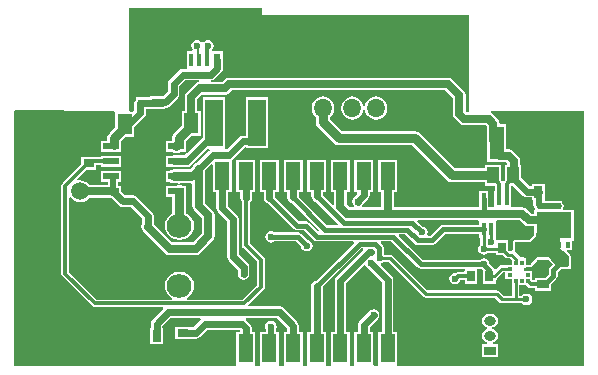
<source format=gtl>
G04*
G04 #@! TF.GenerationSoftware,Altium Limited,Altium Designer,20.2.4 (192)*
G04*
G04 Layer_Physical_Order=1*
G04 Layer_Color=255*
%FSLAX25Y25*%
%MOIN*%
G70*
G04*
G04 #@! TF.SameCoordinates,81383B29-DD0C-412F-95FE-E9E56B5C578C*
G04*
G04*
G04 #@! TF.FilePolarity,Positive*
G04*
G01*
G75*
%ADD10C,0.00787*%
%ADD12C,0.01181*%
%ADD25C,0.00984*%
%ADD28R,0.01587X0.02795*%
%ADD29R,0.02756X0.03543*%
%ADD30R,0.01693X0.01378*%
%ADD31R,0.01378X0.01693*%
%ADD32R,0.03843X0.03000*%
%ADD33R,0.02362X0.04331*%
%ADD34R,0.01575X0.04331*%
%ADD35R,0.09055X0.12992*%
%ADD36R,0.05512X0.02165*%
%ADD37R,0.04882X0.11063*%
%ADD38R,0.03543X0.02756*%
%ADD39R,0.05906X0.15748*%
%ADD40R,0.04921X0.09449*%
%ADD41R,0.04882X0.06800*%
%ADD42R,0.01181X0.01968*%
%ADD43R,0.11811X0.08661*%
%ADD44R,0.01654X0.04200*%
%ADD45R,0.03937X0.05512*%
%ADD46R,0.03000X0.03843*%
%ADD78C,0.02756*%
%ADD79C,0.01968*%
%ADD80C,0.03150*%
%ADD81C,0.02362*%
%ADD82C,0.01575*%
%ADD83C,0.01378*%
%ADD84C,0.01772*%
%ADD85O,0.08268X0.07874*%
%ADD86O,0.03543X0.07677*%
%ADD87O,0.04134X0.06102*%
%ADD88C,0.05906*%
%ADD89R,0.05906X0.05906*%
%ADD90O,0.05906X0.06299*%
%ADD91R,0.05118X0.06890*%
%ADD92C,0.15748*%
%ADD93R,0.03150X0.04000*%
%ADD94O,0.03150X0.04000*%
%ADD95O,0.04000X0.03150*%
%ADD96R,0.04000X0.03150*%
%ADD97C,0.02362*%
%ADD98C,0.01968*%
G36*
X62070Y95113D02*
X61391Y94977D01*
X60700Y94516D01*
X57885Y91701D01*
X57424Y91011D01*
X57262Y90197D01*
Y85408D01*
X56240D01*
Y80483D01*
X53865Y78109D01*
X53361Y77353D01*
X53184Y76462D01*
X53184Y76462D01*
Y75571D01*
X53046Y75433D01*
X50866D01*
Y71850D01*
X53069D01*
X53637Y71471D01*
X54528Y71294D01*
X55418Y71471D01*
X55986Y71850D01*
X57759D01*
X58088Y71472D01*
X57185Y70569D01*
X53543D01*
X52862Y70433D01*
X50866D01*
Y66850D01*
X52862D01*
X53543Y66715D01*
X57983D01*
X58720Y66862D01*
X59345Y67279D01*
X64971Y72905D01*
X65437Y72854D01*
X65579Y72408D01*
X65311Y72229D01*
X61164Y68081D01*
X61095Y68068D01*
X60405Y67607D01*
X59944Y66917D01*
X59930Y66848D01*
X59052Y65970D01*
X53543D01*
X52652Y65793D01*
X52114Y65433D01*
X50866D01*
Y61850D01*
X52114D01*
X52652Y61491D01*
X53543Y61313D01*
X55177D01*
X55227Y60813D01*
X54627Y60694D01*
X54236Y60433D01*
X50866D01*
Y56850D01*
X53190D01*
Y51311D01*
X52978Y51223D01*
X52008Y50479D01*
X51263Y49508D01*
X50795Y48378D01*
X50635Y47165D01*
X50795Y45953D01*
X51263Y44822D01*
X52008Y43852D01*
X52978Y43107D01*
X54109Y42639D01*
X55321Y42480D01*
X55715D01*
X56928Y42639D01*
X58058Y43107D01*
X59028Y43852D01*
X59773Y44822D01*
X60241Y45953D01*
X60401Y47165D01*
X60241Y48378D01*
X59773Y49508D01*
X59028Y50479D01*
X58058Y51223D01*
X57846Y51311D01*
Y58543D01*
X57795Y58800D01*
Y60433D01*
X56800D01*
X56409Y60694D01*
X55810Y60813D01*
X55859Y61313D01*
X59449D01*
X59782Y61040D01*
Y53858D01*
X59944Y53044D01*
X60405Y52354D01*
X62946Y49813D01*
Y44498D01*
X60044Y41596D01*
X53181D01*
X46903Y47874D01*
Y50298D01*
X46757Y51036D01*
X46339Y51661D01*
X44045Y53954D01*
X43960Y54082D01*
X41364Y56677D01*
X40739Y57095D01*
X40002Y57242D01*
X37491D01*
X36142Y58591D01*
Y60433D01*
X35191D01*
Y61850D01*
X36142D01*
Y65433D01*
X29213D01*
Y61850D01*
X31738D01*
Y60769D01*
X25459D01*
X25087Y61253D01*
X24322Y61840D01*
X23432Y62209D01*
X22476Y62335D01*
X21749Y62239D01*
X21515Y62713D01*
X24688Y65886D01*
X27776D01*
Y67405D01*
X29213D01*
Y66850D01*
X36142D01*
Y70433D01*
X29213D01*
Y70054D01*
X27776D01*
Y70059D01*
X22815D01*
Y67759D01*
X16539Y61484D01*
X16252Y61054D01*
X16151Y60547D01*
X16151Y60547D01*
Y31210D01*
X16151Y31210D01*
X16252Y30703D01*
X16539Y30273D01*
X26507Y20306D01*
X26507Y20305D01*
X26937Y20018D01*
X27444Y19918D01*
X27444Y19918D01*
X49949D01*
X50156Y19418D01*
X46512Y15773D01*
X46094Y15148D01*
X45947Y14411D01*
Y13043D01*
X45591D01*
Y7626D01*
X50157D01*
Y13043D01*
X49801D01*
Y13612D01*
X52569Y16381D01*
X62466D01*
X62618Y15881D01*
X62515Y15812D01*
X60086Y13382D01*
X59134D01*
Y13542D01*
X54173D01*
Y9369D01*
X59134D01*
Y9529D01*
X60884D01*
X61621Y9675D01*
X62246Y10093D01*
X64676Y12523D01*
X75476D01*
X75731Y12268D01*
Y11732D01*
X74488D01*
Y1035D01*
X74488Y866D01*
X74125Y535D01*
X11155D01*
X10675Y439D01*
X8613Y384D01*
X7587Y535D01*
X452D01*
Y85254D01*
X560D01*
X560Y85569D01*
X17096D01*
X17096Y85569D01*
X17476Y85254D01*
X33681D01*
X34114Y85093D01*
X34114Y84754D01*
Y79912D01*
X32212Y78010D01*
X31707Y77255D01*
X31530Y76364D01*
X31530Y76364D01*
Y75433D01*
X29213D01*
Y71850D01*
X33138D01*
X33858Y71707D01*
X34578Y71850D01*
X36142D01*
Y73810D01*
X36187Y74035D01*
Y75399D01*
X37663Y76876D01*
X40413D01*
Y80089D01*
X43784Y83460D01*
X44201Y84085D01*
X44348Y84822D01*
Y86143D01*
X45598D01*
Y85939D01*
X50859D01*
Y86335D01*
X51525Y86468D01*
X52150Y86886D01*
X54906Y89641D01*
X55323Y90267D01*
X55470Y91004D01*
Y93631D01*
X57452Y95613D01*
X62021D01*
X62070Y95113D01*
D02*
G37*
G36*
X83129Y117267D02*
X152027D01*
Y85420D01*
X152027Y85254D01*
X151665Y84920D01*
X151314D01*
X150946Y85289D01*
Y90609D01*
X150784Y91423D01*
X150323Y92114D01*
X146503Y95934D01*
X145813Y96395D01*
X144999Y96557D01*
X72146D01*
X71332Y96395D01*
X70641Y95934D01*
X69847Y95139D01*
X66128D01*
X66079Y95639D01*
X66682Y95759D01*
X67307Y96177D01*
X69473Y98342D01*
X69890Y98967D01*
X70037Y99705D01*
Y102559D01*
X70000Y102745D01*
Y105433D01*
X66615D01*
X66520Y105561D01*
X66393Y105933D01*
X66741Y106453D01*
X66887Y107190D01*
X66741Y107928D01*
X66323Y108553D01*
X65698Y108970D01*
X64961Y109117D01*
X64223Y108970D01*
X63598Y108553D01*
X63439Y108314D01*
X62939D01*
X62780Y108553D01*
X62155Y108970D01*
X61417Y109117D01*
X60680Y108970D01*
X60055Y108553D01*
X59637Y107928D01*
X59491Y107190D01*
X59637Y106453D01*
X59985Y105933D01*
X59858Y105561D01*
X59763Y105433D01*
X57953D01*
Y99685D01*
X57543Y99466D01*
X56653D01*
X55916Y99319D01*
X55291Y98902D01*
X52181Y95792D01*
X51763Y95166D01*
X51617Y94429D01*
Y91802D01*
X50171Y90357D01*
X45598D01*
Y89997D01*
X42598D01*
X42119Y89902D01*
X41018D01*
Y89195D01*
X40641Y88631D01*
X40494Y87894D01*
Y85620D01*
X39967Y85093D01*
X39271D01*
X38838Y85254D01*
X38838Y85593D01*
Y119629D01*
X83129D01*
Y117267D01*
D02*
G37*
G36*
X146691Y89728D02*
Y84407D01*
X146853Y83593D01*
X147315Y82903D01*
X148929Y81289D01*
X149619Y80827D01*
X150433Y80665D01*
X157701D01*
X158069Y80297D01*
Y75753D01*
X158110Y75547D01*
Y68449D01*
X162117D01*
X162323Y68409D01*
X164349D01*
X164802Y67956D01*
Y67448D01*
X163904D01*
Y62392D01*
X163679Y62168D01*
X163621Y62081D01*
X163094D01*
X162723Y62458D01*
Y67448D01*
X157368D01*
Y66312D01*
X147380D01*
X135682Y78010D01*
X134927Y78515D01*
X134036Y78692D01*
X134036Y78692D01*
X109706D01*
X105675Y82724D01*
Y83353D01*
X105958Y83570D01*
X106545Y84335D01*
X106914Y85225D01*
X107039Y86181D01*
Y86575D01*
X106914Y87531D01*
X106545Y88421D01*
X105958Y89186D01*
X105193Y89773D01*
X104302Y90142D01*
X103347Y90268D01*
X102391Y90142D01*
X101500Y89773D01*
X100735Y89186D01*
X100148Y88421D01*
X99779Y87531D01*
X99654Y86575D01*
Y86181D01*
X99779Y85225D01*
X100148Y84335D01*
X100735Y83570D01*
X101018Y83353D01*
Y81759D01*
X101018Y81759D01*
X101196Y80868D01*
X101700Y80113D01*
X107096Y74717D01*
X107096Y74717D01*
X107851Y74213D01*
X108742Y74036D01*
X108742Y74036D01*
X133071D01*
X144770Y62337D01*
X145525Y61832D01*
X146416Y61655D01*
X146416Y61655D01*
X157368D01*
Y60519D01*
X160732D01*
Y58839D01*
X160522D01*
Y53309D01*
X158474D01*
Y58820D01*
X155403D01*
Y53309D01*
X127029D01*
Y58346D01*
X128071D01*
Y69213D01*
X121732D01*
Y58346D01*
X122774D01*
Y53309D01*
X116694D01*
X116508Y53809D01*
X116842Y54309D01*
X116882Y54508D01*
X118390Y56017D01*
X118808Y56642D01*
X118954Y57379D01*
Y58346D01*
X120197D01*
Y69213D01*
X113858D01*
Y58346D01*
X114563D01*
X114770Y57846D01*
X113699Y56776D01*
X113282Y56151D01*
X113135Y55413D01*
Y55046D01*
X113282Y54309D01*
X113616Y53809D01*
X113430Y53309D01*
X112247D01*
X111281Y54274D01*
Y58346D01*
X112323D01*
Y69213D01*
X105984D01*
Y58346D01*
X107026D01*
Y54151D01*
X106564Y53959D01*
X103305Y57219D01*
Y58346D01*
X104449D01*
Y69213D01*
X98110D01*
Y58346D01*
X99451D01*
Y56988D01*
X99598Y56251D01*
X100015Y55626D01*
X100641Y55208D01*
X101090Y55119D01*
X108375Y47834D01*
X108184Y47372D01*
X104785D01*
X95332Y56825D01*
Y58346D01*
X96575D01*
Y69213D01*
X90236D01*
Y58346D01*
X91479D01*
Y56595D01*
X91625Y55857D01*
X92043Y55232D01*
X92668Y54814D01*
X93118Y54725D01*
X102018Y45825D01*
X101853Y45282D01*
X101773Y45266D01*
X98815Y48224D01*
X98320Y48555D01*
X97736Y48671D01*
X95415D01*
X87458Y56628D01*
Y58346D01*
X88701D01*
Y69213D01*
X82362D01*
Y58346D01*
X83605D01*
Y56398D01*
X83751Y55660D01*
X84169Y55035D01*
X84794Y54618D01*
X85244Y54528D01*
X93705Y46067D01*
X94200Y45736D01*
X94784Y45620D01*
X97104D01*
X100339Y42386D01*
X100834Y42055D01*
X101417Y41939D01*
X113483D01*
X113674Y41477D01*
X100992Y28795D01*
X100542Y28706D01*
X99917Y28288D01*
X99499Y27663D01*
X99353Y26926D01*
Y11732D01*
X98110D01*
Y1035D01*
X98110Y866D01*
X97748Y535D01*
X96938D01*
X96575Y866D01*
X96575Y1035D01*
Y11732D01*
X95332D01*
Y13840D01*
X95186Y14578D01*
X94768Y15203D01*
X90301Y19670D01*
X89675Y20088D01*
X88938Y20234D01*
X78738D01*
X78531Y20734D01*
X83614Y25818D01*
X83614Y25818D01*
X83901Y26247D01*
X84002Y26754D01*
X84002Y26754D01*
Y35809D01*
X83901Y36316D01*
X83614Y36746D01*
X83614Y36746D01*
X79081Y41279D01*
Y55023D01*
X79118Y55049D01*
X79138Y55068D01*
X79556Y55693D01*
X79702Y56431D01*
Y58346D01*
X80827D01*
Y69213D01*
X74488D01*
Y58346D01*
X75849D01*
Y56510D01*
X75829Y56411D01*
X75976Y55674D01*
X76394Y55049D01*
X76431Y55023D01*
Y40730D01*
X76431Y40730D01*
X76532Y40223D01*
X76819Y39794D01*
X81353Y35260D01*
Y27303D01*
X76616Y22567D01*
X58060D01*
X57960Y23067D01*
X58058Y23107D01*
X59028Y23852D01*
X59773Y24823D01*
X60241Y25953D01*
X60401Y27165D01*
X60241Y28378D01*
X59773Y29508D01*
X59028Y30479D01*
X58058Y31223D01*
X56928Y31692D01*
X55715Y31851D01*
X55321D01*
X54109Y31692D01*
X52978Y31223D01*
X52008Y30479D01*
X51263Y29508D01*
X50795Y28378D01*
X50635Y27165D01*
X50795Y25953D01*
X51263Y24823D01*
X52008Y23852D01*
X52978Y23107D01*
X53076Y23067D01*
X52977Y22567D01*
X27992D01*
X18801Y31759D01*
Y56519D01*
X19248Y56768D01*
X19301Y56765D01*
X19865Y56030D01*
X20629Y55444D01*
X21520Y55075D01*
X22476Y54949D01*
X23432Y55075D01*
X24322Y55444D01*
X25087Y56030D01*
X25459Y56514D01*
X32769D01*
X35331Y53952D01*
X35956Y53535D01*
X36693Y53388D01*
X39204D01*
X41150Y51442D01*
X41235Y51315D01*
X43050Y49500D01*
Y47664D01*
X43011Y47606D01*
X42849Y46792D01*
X43011Y45978D01*
X43472Y45287D01*
X50795Y37964D01*
X51486Y37503D01*
X52300Y37341D01*
X60925D01*
X61739Y37503D01*
X62430Y37964D01*
X66578Y42112D01*
X67039Y42802D01*
X67201Y43617D01*
Y50695D01*
X67039Y51509D01*
X66578Y52199D01*
X64037Y54739D01*
Y65505D01*
X66152Y67620D01*
X66614Y67429D01*
Y58346D01*
X67857D01*
Y53065D01*
X68003Y52327D01*
X68421Y51702D01*
X71400Y48723D01*
Y36832D01*
X71547Y36094D01*
X71964Y35469D01*
X74964Y32470D01*
Y31075D01*
X75111Y30337D01*
X75528Y29712D01*
X76153Y29295D01*
X76891Y29148D01*
X77628Y29295D01*
X78253Y29712D01*
X78671Y30337D01*
X78818Y31075D01*
Y33268D01*
X78671Y34005D01*
X78253Y34630D01*
X75253Y37630D01*
Y49521D01*
X75107Y50259D01*
X74689Y50884D01*
X71710Y53863D01*
Y58346D01*
X72953D01*
Y69133D01*
X73508Y69504D01*
X77335Y73330D01*
X77835Y73270D01*
Y72913D01*
X85158D01*
Y90079D01*
X77835D01*
Y77226D01*
X76579D01*
X75842Y77080D01*
X75217Y76662D01*
X71348Y72793D01*
X71041D01*
X70591Y72913D01*
X70591Y73293D01*
Y90079D01*
X63268D01*
Y76652D01*
X58174Y71558D01*
X57795Y71886D01*
Y74381D01*
X57840Y74606D01*
X57840Y74606D01*
Y75498D01*
X59533Y77191D01*
X62539D01*
Y85408D01*
X61517D01*
Y89316D01*
X63086Y90884D01*
X70728D01*
X71543Y91046D01*
X72233Y91507D01*
X73027Y92302D01*
X144118D01*
X146691Y89728D01*
D02*
G37*
G36*
X169913Y57139D02*
X170538Y56721D01*
X171275Y56574D01*
X172940D01*
Y55871D01*
X173523D01*
Y54082D01*
X173654Y53421D01*
X174028Y52861D01*
X174106Y52784D01*
X173899Y52284D01*
X173701D01*
Y51202D01*
X172771D01*
X171288Y52685D01*
X170598Y53147D01*
X169783Y53309D01*
X166151D01*
Y58820D01*
X165941D01*
Y60519D01*
X166533D01*
X169913Y57139D01*
D02*
G37*
G36*
X155403Y48820D02*
Y47536D01*
X143314D01*
X142730Y47420D01*
X142235Y47089D01*
X138945Y43799D01*
X138401D01*
X138139Y44299D01*
X138269Y44951D01*
X138122Y45688D01*
X137705Y46313D01*
X137080Y46731D01*
X136630Y46820D01*
X134859Y48592D01*
X135050Y49054D01*
X155000D01*
X155403Y48820D01*
D02*
G37*
G36*
X170386Y47570D02*
X171076Y47109D01*
X171890Y46947D01*
X173701D01*
Y44803D01*
X173688Y44749D01*
X173690Y44733D01*
X173687Y44718D01*
X173687Y44000D01*
X172043Y42356D01*
X171221D01*
Y42358D01*
X167047D01*
Y42302D01*
X167046Y42301D01*
X166812Y42145D01*
X166655Y41910D01*
X166600Y41634D01*
Y39139D01*
X166100Y38729D01*
X166043Y38740D01*
X165428D01*
X165039Y39129D01*
Y42358D01*
X161278D01*
X160960Y42770D01*
X161033Y43202D01*
X161033Y43202D01*
Y48820D01*
X161436Y49054D01*
X168902D01*
X170386Y47570D01*
D02*
G37*
G36*
X155403Y43202D02*
X155715D01*
Y40923D01*
X155577Y40831D01*
X155159Y40206D01*
X155012Y39469D01*
X155159Y38731D01*
X155577Y38106D01*
X156202Y37688D01*
X156939Y37542D01*
X157676Y37688D01*
X158184Y38028D01*
X160866D01*
Y37398D01*
X163308D01*
X164056Y36650D01*
X164453Y36384D01*
X164921Y36291D01*
X165536D01*
X166220Y35607D01*
Y34192D01*
X164114D01*
Y34018D01*
X162953D01*
X162484Y33925D01*
X162087Y33660D01*
X161368Y32940D01*
X160892Y32818D01*
Y32818D01*
X160892Y32818D01*
X160220D01*
X160214Y32843D01*
X159884Y33338D01*
X158808Y34414D01*
X158665Y35130D01*
X158248Y35755D01*
X157623Y36173D01*
X156885Y36319D01*
X156148Y36173D01*
X155704Y35876D01*
X136518D01*
X128534Y43859D01*
X128726Y44321D01*
X130864D01*
X133990Y41195D01*
X134485Y40864D01*
X135069Y40748D01*
X139577D01*
X140161Y40864D01*
X140655Y41195D01*
X143946Y44486D01*
X155403D01*
Y43202D01*
D02*
G37*
G36*
X182480Y39764D02*
X183465Y38780D01*
X185335Y36909D01*
X185335Y33917D01*
X184981Y33563D01*
X181693Y33563D01*
X179402Y35854D01*
Y36206D01*
X179050D01*
X178642Y36614D01*
X174803D01*
X174395Y36206D01*
X174141D01*
Y35952D01*
X172539Y34350D01*
Y34192D01*
X170984D01*
Y36298D01*
X170592D01*
X170276Y36614D01*
X169209Y36614D01*
X167323Y38500D01*
Y41634D01*
X172343D01*
X174213Y43504D01*
X174409Y43701D01*
X174409Y44718D01*
X174909Y45177D01*
X182480D01*
Y39764D01*
D02*
G37*
G36*
X190398Y85373D02*
Y85254D01*
X190412D01*
Y20555D01*
X190481Y20480D01*
Y20480D01*
Y20480D01*
D01*
X190481Y4324D01*
X190412Y4248D01*
Y535D01*
X183358D01*
X182332Y384D01*
X180269Y439D01*
X179790Y535D01*
X128434D01*
X128071Y866D01*
X128071Y1035D01*
Y11732D01*
X126828D01*
Y29057D01*
X126682Y29794D01*
X126264Y30419D01*
X122636Y34048D01*
X122801Y34590D01*
X123066Y34643D01*
X123634Y35022D01*
X125199D01*
X136699Y23522D01*
X137097Y23257D01*
X137565Y23164D01*
X160695D01*
X162116Y21742D01*
X162514Y21477D01*
X162982Y21383D01*
X169721D01*
X169814Y21245D01*
X170439Y20828D01*
X171176Y20681D01*
X171913Y20828D01*
X172538Y21245D01*
X172956Y21870D01*
X173103Y22608D01*
X172956Y23345D01*
X172538Y23970D01*
X171913Y24388D01*
X171176Y24534D01*
X170439Y24388D01*
X169814Y23970D01*
X169721Y23832D01*
X168842D01*
Y27321D01*
X170984D01*
X170984Y27321D01*
Y27321D01*
X171347Y27030D01*
X171668Y26709D01*
X172130Y26400D01*
X172676Y26291D01*
X174141D01*
Y25408D01*
X179402D01*
Y27668D01*
X181145Y29411D01*
X181476Y29906D01*
X181592Y30490D01*
Y31646D01*
X182787Y32840D01*
X184981Y32840D01*
X185022Y32849D01*
X185898D01*
Y33484D01*
X186002Y33640D01*
X186057Y33917D01*
X186057Y36909D01*
X186002Y37186D01*
X185846Y37420D01*
X184673Y38593D01*
X184864Y39055D01*
X186339D01*
Y42205D01*
X186929D01*
Y52284D01*
X183491D01*
X183287Y52784D01*
X183484Y53080D01*
X183616Y53740D01*
X183484Y54401D01*
X183189Y54843D01*
Y55433D01*
X182056D01*
X181890Y55466D01*
X177588D01*
X177358Y55871D01*
Y61132D01*
X172940D01*
Y60428D01*
X172074D01*
X169258Y63244D01*
Y67448D01*
X169057D01*
Y68837D01*
X168895Y69651D01*
X168433Y70341D01*
X166735Y72040D01*
X166044Y72501D01*
X165230Y72663D01*
X164409D01*
Y80930D01*
X162324D01*
Y81178D01*
X162162Y81993D01*
X161701Y82683D01*
X160087Y84297D01*
X159397Y84759D01*
X159471Y85254D01*
X172887D01*
X173049Y85401D01*
X190398Y85373D01*
D02*
G37*
G36*
X178539Y35695D02*
X178750Y35554D01*
X178891Y35343D01*
X179933Y34301D01*
X178988Y33356D01*
X178657Y32861D01*
X178541Y32278D01*
Y31122D01*
X177245Y29825D01*
X174141D01*
Y29142D01*
X173266D01*
X173091Y29317D01*
Y29428D01*
Y32223D01*
X170512D01*
Y33188D01*
X170984D01*
Y33365D01*
X173091D01*
Y33741D01*
X173207Y33915D01*
X173227Y34016D01*
X174652Y35441D01*
X174754Y35594D01*
X174906Y35695D01*
X175102Y35892D01*
X178342D01*
X178539Y35695D01*
D02*
G37*
G36*
X134807Y33272D02*
X135302Y32941D01*
X135886Y32825D01*
X150040D01*
X150537Y32818D01*
X150537Y32116D01*
X150184Y31762D01*
X148476D01*
X147931Y31654D01*
X147552Y31401D01*
X147380Y31435D01*
X146643Y31288D01*
X146018Y30871D01*
X145600Y30246D01*
X145454Y29508D01*
X145600Y28771D01*
X146018Y28146D01*
X146643Y27728D01*
X147380Y27582D01*
X148118Y27728D01*
X148743Y28146D01*
X149161Y28771D01*
X149189Y28912D01*
X150537D01*
Y27857D01*
X154711D01*
X154711Y32818D01*
X155208Y32825D01*
X155830D01*
X156148Y32612D01*
X156332Y32576D01*
X156719Y32189D01*
Y27857D01*
X160892D01*
Y29192D01*
X160965Y29206D01*
X161362Y29472D01*
X163460Y31570D01*
X164114D01*
Y29428D01*
X166220D01*
Y27321D01*
X166394D01*
Y23832D01*
X163489D01*
X162068Y25253D01*
X161670Y25519D01*
X161202Y25612D01*
X138072D01*
X126572Y37112D01*
X126175Y37378D01*
X125707Y37471D01*
X123902D01*
X123692Y37786D01*
X123553Y37878D01*
Y39888D01*
X123437Y40472D01*
X123107Y40967D01*
X122596Y41477D01*
X122788Y41939D01*
X126140D01*
X134807Y33272D01*
D02*
G37*
G36*
X117586Y33829D02*
X117950Y33283D01*
X122975Y28259D01*
Y11732D01*
X121732D01*
Y1035D01*
X121732Y866D01*
X121370Y535D01*
X120560D01*
X120197Y866D01*
X120197Y1035D01*
Y11732D01*
X118954D01*
Y13423D01*
X121579Y16047D01*
X121997Y16672D01*
X122143Y17410D01*
X121997Y18147D01*
X121579Y18772D01*
X120954Y19190D01*
X120217Y19336D01*
X119479Y19190D01*
X118854Y18772D01*
X115665Y15583D01*
X115247Y14958D01*
X115101Y14221D01*
Y11732D01*
X113858D01*
Y1035D01*
X113858Y866D01*
X113496Y535D01*
X112686D01*
X112323Y866D01*
X112323Y1035D01*
Y11732D01*
X111080D01*
Y28031D01*
X117045Y33995D01*
X117586Y33829D01*
D02*
G37*
G36*
X116537Y39588D02*
X116721Y39121D01*
X107791Y30191D01*
X107373Y29566D01*
X107227Y28829D01*
Y11732D01*
X105984D01*
Y1035D01*
X105984Y866D01*
X105622Y535D01*
X104812D01*
X104449Y866D01*
X104449Y1035D01*
Y11732D01*
X103206D01*
Y26695D01*
X116140Y39629D01*
X116537Y39588D01*
D02*
G37*
G36*
X91479Y13042D02*
Y11732D01*
X90236D01*
Y1035D01*
X90236Y866D01*
X89874Y535D01*
X89064D01*
X88701Y866D01*
X88701Y1035D01*
Y11732D01*
X87674D01*
Y12724D01*
X87728Y12805D01*
X87875Y13542D01*
X87728Y14279D01*
X87311Y14905D01*
X86686Y15322D01*
X85948Y15469D01*
X85211Y15322D01*
X84586Y14905D01*
X84168Y14279D01*
X84022Y13542D01*
X84168Y12805D01*
X84222Y12724D01*
Y11732D01*
X82362D01*
Y1035D01*
X82362Y866D01*
X81999Y535D01*
X81189D01*
X80827Y866D01*
X80827Y1035D01*
Y11732D01*
X79584D01*
Y13066D01*
X79438Y13803D01*
X79020Y14429D01*
X77636Y15812D01*
X77534Y15881D01*
X77685Y16381D01*
X88140D01*
X91479Y13042D01*
D02*
G37*
%LPC*%
G36*
X121063Y90268D02*
X120107Y90142D01*
X119217Y89773D01*
X118452Y89186D01*
X117865Y88421D01*
X117496Y87531D01*
X117383Y86676D01*
X117370Y86575D01*
X116882D01*
X116869Y86676D01*
X116756Y87531D01*
X116387Y88421D01*
X115800Y89186D01*
X115035Y89773D01*
X114145Y90142D01*
X113189Y90268D01*
X112233Y90142D01*
X111343Y89773D01*
X110578Y89186D01*
X109991Y88421D01*
X109622Y87531D01*
X109496Y86575D01*
Y86181D01*
X109622Y85225D01*
X109991Y84335D01*
X110578Y83570D01*
X111343Y82983D01*
X112233Y82614D01*
X113189Y82488D01*
X114145Y82614D01*
X115035Y82983D01*
X115800Y83570D01*
X116387Y84335D01*
X116756Y85225D01*
X116869Y86080D01*
X116882Y86181D01*
X117370D01*
X117383Y86080D01*
X117496Y85225D01*
X117865Y84335D01*
X118452Y83570D01*
X119217Y82983D01*
X120107Y82614D01*
X121063Y82488D01*
X122019Y82614D01*
X122909Y82983D01*
X123674Y83570D01*
X124261Y84335D01*
X124630Y85225D01*
X124756Y86181D01*
Y86575D01*
X124630Y87531D01*
X124261Y88421D01*
X123674Y89186D01*
X122909Y89773D01*
X122019Y90142D01*
X121063Y90268D01*
D02*
G37*
G36*
X86024Y45391D02*
X85286Y45245D01*
X84661Y44827D01*
X84244Y44202D01*
X84097Y43465D01*
X84244Y42727D01*
X84661Y42102D01*
X85286Y41684D01*
X86024Y41538D01*
X86761Y41684D01*
X87142Y41939D01*
X94388D01*
X96078Y40250D01*
X96167Y39800D01*
X96585Y39175D01*
X97210Y38757D01*
X97947Y38610D01*
X98684Y38757D01*
X99309Y39175D01*
X99727Y39800D01*
X99874Y40537D01*
X99727Y41274D01*
X99309Y41900D01*
X98684Y42317D01*
X98235Y42407D01*
X96098Y44543D01*
X95603Y44874D01*
X95020Y44990D01*
X87142D01*
X86761Y45245D01*
X86024Y45391D01*
D02*
G37*
G36*
X159382Y17879D02*
X158531D01*
X157641Y17702D01*
X156885Y17198D01*
X156380Y16442D01*
X156203Y15551D01*
X156380Y14660D01*
X156885Y13905D01*
X157641Y13400D01*
X158114Y13306D01*
Y12796D01*
X157641Y12702D01*
X156885Y12197D01*
X156380Y11442D01*
X156203Y10551D01*
X156380Y9660D01*
X156885Y8905D01*
X157641Y8400D01*
X157970Y8335D01*
X157921Y7835D01*
X156248D01*
Y3268D01*
X161665D01*
Y7835D01*
X159993D01*
X159943Y8335D01*
X160273Y8400D01*
X161028Y8905D01*
X161533Y9660D01*
X161710Y10551D01*
X161533Y11442D01*
X161028Y12197D01*
X160273Y12702D01*
X159800Y12796D01*
Y13306D01*
X160273Y13400D01*
X161028Y13905D01*
X161533Y14660D01*
X161710Y15551D01*
X161533Y16442D01*
X161028Y17198D01*
X160273Y17702D01*
X159382Y17879D01*
D02*
G37*
%LPD*%
D10*
X169587Y28914D02*
X169882Y28618D01*
X61713Y102854D02*
X62008Y102559D01*
X61713Y102854D02*
Y106895D01*
X61417Y107190D02*
X61713Y106895D01*
X183353Y71457D02*
X187431Y67379D01*
Y56988D02*
Y67379D01*
Y56191D02*
Y56988D01*
X185010Y53770D02*
X187431Y56191D01*
X182087Y71457D02*
X183353D01*
X7599Y13661D02*
X17224Y4035D01*
X185010Y53770D02*
X185039Y53740D01*
D12*
X77756Y40730D02*
X82677Y35809D01*
X77756Y40730D02*
Y56411D01*
X82677Y26754D02*
Y35809D01*
X77165Y21242D02*
X82677Y26754D01*
X27444Y21242D02*
X77165D01*
X17476Y31210D02*
X27444Y21242D01*
X24902Y67972D02*
X25295D01*
X17476Y60547D02*
X24902Y67972D01*
X17476Y31210D02*
Y60547D01*
X33377Y68730D02*
X33465Y68642D01*
X25295Y67972D02*
X26053Y68730D01*
X33377D01*
X64567Y102559D02*
Y106477D01*
X64961Y106871D01*
Y107190D01*
X164616Y56011D02*
Y61231D01*
X166403Y63019D01*
X162057Y56031D02*
Y61184D01*
X160222Y63019D02*
X162057Y61184D01*
X160222Y63019D02*
Y63983D01*
D25*
X162982Y22608D02*
X167618D01*
X137565Y24388D02*
X161202D01*
X162982Y22608D01*
X125707Y36246D02*
X137565Y24388D01*
X167618Y22608D02*
X171176D01*
X167618D02*
Y28877D01*
X122028Y36724D02*
X122329Y36423D01*
X162953Y32794D02*
X165669D01*
X160496Y30337D02*
X162953Y32794D01*
X158805Y30337D02*
X160496D01*
X156939Y39252D02*
X162327D01*
X167615Y34745D02*
X167618Y34743D01*
X167615Y34745D02*
Y35943D01*
X166043Y37516D02*
X167615Y35943D01*
X162953Y39484D02*
Y39878D01*
Y39484D02*
X164921Y37516D01*
X166043D01*
X162768Y39252D02*
X163078Y38943D01*
X122329Y36423D02*
X122506Y36246D01*
X125707D01*
X156939Y40305D02*
Y46011D01*
Y40305D02*
X157202Y40042D01*
X159390Y41634D02*
X159444Y41688D01*
X159390Y46119D02*
X159444Y46065D01*
Y41688D02*
Y46065D01*
D28*
X42520Y87795D02*
D03*
Y95669D02*
D03*
D29*
X152624Y30337D02*
D03*
X158805D02*
D03*
X169134Y39878D02*
D03*
X162953D02*
D03*
D30*
X165669Y34762D02*
D03*
Y32794D02*
D03*
Y30825D02*
D03*
Y28857D02*
D03*
X171535D02*
D03*
Y30825D02*
D03*
Y32794D02*
D03*
Y34762D02*
D03*
D31*
X167618Y28877D02*
D03*
X169587D02*
D03*
Y34743D02*
D03*
X167618D02*
D03*
D32*
X176772Y27617D02*
D03*
Y33998D02*
D03*
X183268Y35057D02*
D03*
Y28676D02*
D03*
X48228Y94529D02*
D03*
Y88148D02*
D03*
D33*
X55905Y102559D02*
D03*
X68110D02*
D03*
D34*
X59449D02*
D03*
X62008D02*
D03*
X64567D02*
D03*
D35*
X43504Y66142D02*
D03*
D36*
X32677Y73642D02*
D03*
Y68642D02*
D03*
Y63642D02*
D03*
Y58642D02*
D03*
X54331Y73642D02*
D03*
Y68642D02*
D03*
Y63642D02*
D03*
Y58642D02*
D03*
D37*
X161260Y74690D02*
D03*
X149567D02*
D03*
D38*
X56653Y11456D02*
D03*
Y5274D02*
D03*
X25295Y67972D02*
D03*
Y74154D02*
D03*
D39*
X81496Y81496D02*
D03*
X66929D02*
D03*
D40*
X69784Y6299D02*
D03*
X77658D02*
D03*
X85532D02*
D03*
X93405D02*
D03*
X101279D02*
D03*
X109154D02*
D03*
X117028D02*
D03*
X124902D02*
D03*
X69784Y63779D02*
D03*
X77658D02*
D03*
X85532D02*
D03*
X93405D02*
D03*
X101279D02*
D03*
X109154D02*
D03*
X117028D02*
D03*
X124902D02*
D03*
D41*
X47697Y81299D02*
D03*
X59390D02*
D03*
X25571Y80984D02*
D03*
X37264D02*
D03*
D42*
X185039Y53740D02*
D03*
X181890D02*
D03*
X178740D02*
D03*
X175591D02*
D03*
X185039Y40748D02*
D03*
X181890D02*
D03*
X178740D02*
D03*
X175591D02*
D03*
D43*
X180315Y47244D02*
D03*
D44*
X164616Y56011D02*
D03*
X162057Y56031D02*
D03*
X159498Y56011D02*
D03*
X156939D02*
D03*
Y46011D02*
D03*
X159498D02*
D03*
X162057D02*
D03*
X164616D02*
D03*
D45*
X166581Y63983D02*
D03*
X160045D02*
D03*
D46*
X181530Y58501D02*
D03*
X175149D02*
D03*
D78*
X33366Y58642D02*
X33465Y58543D01*
X22476Y58642D02*
X33366D01*
X61910Y53858D02*
X65073Y50695D01*
X61910Y53858D02*
Y66102D01*
X65073Y43617D02*
Y50695D01*
X60925Y39469D02*
X65073Y43617D01*
X52300Y39469D02*
X60925D01*
X44976Y46792D02*
X52300Y39469D01*
X166403Y63983D02*
X166929Y64509D01*
X165230Y70536D02*
X166929Y68837D01*
X162323Y70536D02*
X165230D01*
X161260Y71599D02*
X162323Y70536D01*
X166929Y64509D02*
Y68837D01*
X84449Y94429D02*
X144999D01*
X72146D02*
X84449D01*
X70728Y93012D02*
X72146Y94429D01*
X148819Y84407D02*
Y90609D01*
X160197Y75753D02*
Y81178D01*
X158582Y82793D02*
X160197Y81178D01*
X148819Y84407D02*
X150433Y82793D01*
X158582D01*
X161260Y71599D02*
Y74690D01*
X160197Y75753D02*
X161260Y74690D01*
X156939Y51181D02*
X169783D01*
X124902D02*
X156939D01*
X111365D02*
X124902D01*
X109154Y53393D02*
X111365Y51181D01*
X169783D02*
X171890Y49075D01*
X178484D01*
X109154Y53393D02*
Y63779D01*
X124902Y51181D02*
Y63779D01*
X178484Y49075D02*
X180315Y47244D01*
X144999Y94429D02*
X148819Y90609D01*
X62205Y93012D02*
X70728D01*
X59390Y90197D02*
X62205Y93012D01*
X59390Y81299D02*
Y90197D01*
D79*
X53543Y58642D02*
X55420D01*
X55518Y58543D01*
X85948Y6716D02*
Y13542D01*
X166403Y63373D02*
Y63983D01*
X123622Y65059D02*
X124902Y63779D01*
X85532Y6299D02*
X85948Y6716D01*
X175249Y54082D02*
X175591Y53740D01*
X175249Y54082D02*
Y58501D01*
X67323Y77982D02*
Y80709D01*
X33465Y58543D02*
Y58642D01*
Y63642D01*
X175591Y53740D02*
Y53740D01*
X178740Y53740D02*
X181890D01*
X175591D02*
X178740D01*
D80*
X55518Y47094D02*
Y58543D01*
X103347Y81759D02*
X108742Y76364D01*
X134036D02*
X146416Y63983D01*
X108742Y76364D02*
X134036D01*
X54528Y73622D02*
X55512Y74606D01*
Y76462D02*
X59390Y80340D01*
X55512Y74606D02*
Y76462D01*
X59390Y80340D02*
Y81299D01*
X33858Y74035D02*
Y76364D01*
X37835Y80340D01*
X103347Y81759D02*
Y86378D01*
X146416Y63983D02*
X160222D01*
X53543Y63642D02*
X59449D01*
D81*
X61910Y66102D02*
X66673Y70866D01*
X59449Y63642D02*
X61910Y66102D01*
X42598Y52677D02*
X44976Y50298D01*
Y46792D02*
Y50298D01*
X42598Y52677D02*
Y52719D01*
X40002Y55315D02*
X42598Y52719D01*
X36693Y55315D02*
X40002D01*
X77756Y56411D02*
X77776Y56431D01*
Y63661D01*
X77658Y63779D02*
X77776Y63661D01*
X63878Y14450D02*
X76274D01*
X77658Y6299D02*
Y13066D01*
X73327Y36832D02*
X76891Y33268D01*
Y31075D02*
Y33268D01*
X73327Y36832D02*
Y49521D01*
X37264Y80984D02*
X38583D01*
X166403Y63373D02*
X171275Y58501D01*
X175249D01*
X69784Y53065D02*
Y63779D01*
Y53065D02*
X73327Y49521D01*
X101378Y56988D02*
Y63681D01*
X93405Y56595D02*
Y63779D01*
X85532Y56398D02*
Y63779D01*
X118828Y38504D02*
X119351D01*
X109154Y28829D02*
X118828Y38504D01*
X101279Y6299D02*
Y26926D01*
X109154Y6299D02*
Y28829D01*
X119313Y34646D02*
X124902Y29057D01*
Y6299D02*
Y29057D01*
X115062Y55046D02*
Y55413D01*
X117028Y57379D01*
Y63779D01*
X51771Y18308D02*
X88938D01*
X93405Y6299D02*
Y13840D01*
X88938Y18308D02*
X93405Y13840D01*
X117028Y6299D02*
Y14221D01*
X120217Y17410D01*
X47874Y14411D02*
X51771Y18308D01*
X47874Y10335D02*
Y14411D01*
X76274Y14450D02*
X77658Y13066D01*
X60884Y11456D02*
X63878Y14450D01*
X56653Y11456D02*
X60884D01*
X37835Y81299D02*
Y82184D01*
X42421Y87894D02*
X42520Y87992D01*
X38583Y80984D02*
X42421Y84822D01*
X42520Y87992D02*
X42598Y88070D01*
X42421Y84822D02*
Y87894D01*
X53543Y94429D02*
X56653Y97539D01*
X65945D01*
X68110Y99705D01*
Y102559D01*
X76579Y75300D02*
X79724D01*
X79769Y75345D01*
Y76364D01*
X72146Y70866D02*
X76579Y75300D01*
X66673Y70866D02*
X72146D01*
X57983Y68642D02*
X67323Y77982D01*
X53543Y68642D02*
X57983D01*
X33465Y58543D02*
X36693Y55315D01*
X37835Y80340D02*
Y81299D01*
X48050Y88070D02*
X48228Y88248D01*
X42598Y88070D02*
X48050D01*
X50787Y88248D02*
X53543Y91004D01*
Y94429D01*
X48228Y88248D02*
X50787D01*
D82*
X158805Y30337D02*
Y32260D01*
X135886Y34350D02*
X156843D01*
X180067Y32278D02*
X182746Y34957D01*
X180067Y30490D02*
Y32278D01*
X177293Y27716D02*
X180067Y30490D01*
X156885Y34179D02*
X158805Y32260D01*
X156885Y34179D02*
Y34392D01*
X156843Y34350D02*
X156885Y34392D01*
X126772Y43465D02*
X135886Y34350D01*
X85532Y56398D02*
X94784Y47146D01*
X97736D02*
X101417Y43465D01*
X94784Y47146D02*
X97736D01*
X166403Y63019D02*
Y63373D01*
X156939Y51181D02*
Y56011D01*
X101279Y63779D02*
X101378Y63681D01*
X101417Y43465D02*
X126772D01*
X120735Y41181D02*
X122028Y39888D01*
X115535Y41181D02*
X120735D01*
X101279Y26926D02*
X115535Y41181D01*
X86024Y43465D02*
X95020D01*
X97947Y40537D01*
X98032Y40453D01*
X104154Y45847D02*
X131496D01*
X93405Y56595D02*
X104154Y45847D01*
X122028Y36724D02*
Y39888D01*
X101378Y56988D02*
X110236Y48130D01*
X133163D01*
X131496Y45847D02*
X135069Y42274D01*
X133163Y48130D02*
X136342Y44951D01*
X135069Y42274D02*
X139577D01*
X143314Y46011D01*
X156939D01*
X55905Y102559D02*
Y107190D01*
D83*
X148476Y30337D02*
X152624D01*
X171670Y28857D02*
X171693D01*
X171670Y28722D02*
X172676Y27716D01*
X176772D01*
X147647Y29508D02*
X148476Y30337D01*
X147380Y29508D02*
X147647D01*
D84*
X182746Y34957D02*
X183268D01*
X176772Y27716D02*
X177293D01*
D85*
X33018Y27165D02*
D03*
Y47165D02*
D03*
X55518Y27165D02*
D03*
X55518Y47165D02*
D03*
D86*
X44882Y113878D02*
D03*
X79134D02*
D03*
D87*
X47835Y101969D02*
D03*
X76181D02*
D03*
D88*
X22476Y58642D02*
D03*
D89*
X12476D02*
D03*
D90*
X130905Y86378D02*
D03*
X121063D02*
D03*
X113189D02*
D03*
X103347D02*
D03*
D91*
X142323Y83858D02*
D03*
X91929D02*
D03*
X88976Y105354D02*
D03*
X145276D02*
D03*
D92*
X8858Y76772D02*
D03*
X182087Y12402D02*
D03*
Y76772D02*
D03*
X8858Y12402D02*
D03*
D93*
X47874Y10335D02*
D03*
D94*
X42874D02*
D03*
D95*
X158957Y20551D02*
D03*
Y15551D02*
D03*
Y10551D02*
D03*
D96*
Y5551D02*
D03*
D97*
X48228Y53071D02*
D03*
X55138Y39469D02*
D03*
X139577Y26770D02*
D03*
X142795Y21242D02*
D03*
X175197Y32437D02*
D03*
X147380Y29508D02*
D03*
X171176Y22608D02*
D03*
X165061Y25689D02*
D03*
X156885Y34392D02*
D03*
X84449Y94429D02*
D03*
X137933Y10335D02*
D03*
X76891Y31075D02*
D03*
X16151Y3561D02*
D03*
X21148Y10353D02*
D03*
X16392Y22151D02*
D03*
X5591Y23798D02*
D03*
X144114Y78378D02*
D03*
X81598Y100984D02*
D03*
X87205Y112894D02*
D03*
X149401Y98342D02*
D03*
X149567Y111221D02*
D03*
X42406Y101969D02*
D03*
X41781Y107190D02*
D03*
X29134Y53122D02*
D03*
X24902Y31696D02*
D03*
X74263Y79600D02*
D03*
Y83858D02*
D03*
X74125Y87992D02*
D03*
X54906Y86378D02*
D03*
X13160Y65970D02*
D03*
X19353Y69547D02*
D03*
X21421Y77013D02*
D03*
X19151Y83444D02*
D03*
X168524Y2928D02*
D03*
X175908Y3825D02*
D03*
X171590Y9337D02*
D03*
X171176Y16160D02*
D03*
X180269Y24365D02*
D03*
X186198Y64614D02*
D03*
X176722D02*
D03*
X170083Y71993D02*
D03*
X168759Y81612D02*
D03*
X147202Y58071D02*
D03*
X140819Y63244D02*
D03*
X155012Y70081D02*
D03*
X98583Y71260D02*
D03*
X87205Y22416D02*
D03*
X69468Y28829D02*
D03*
X54291Y5598D02*
D03*
X35191Y14905D02*
D03*
Y5598D02*
D03*
X23432D02*
D03*
Y14905D02*
D03*
X12476Y28829D02*
D03*
X4480D02*
D03*
X12220Y40537D02*
D03*
X4480D02*
D03*
X3699Y50479D02*
D03*
Y57219D02*
D03*
Y63319D02*
D03*
X51525Y116142D02*
D03*
X62780D02*
D03*
X74125D02*
D03*
X72103Y107190D02*
D03*
X138139Y111221D02*
D03*
X132840Y101260D02*
D03*
X125707Y111221D02*
D03*
X119313Y101260D02*
D03*
X111080Y111221D02*
D03*
X102497Y101260D02*
D03*
X98622Y111221D02*
D03*
X170195Y45480D02*
D03*
X85948Y13542D02*
D03*
X139577Y47638D02*
D03*
X147202Y13840D02*
D03*
X168022Y57087D02*
D03*
X81598Y13306D02*
D03*
X105158Y18308D02*
D03*
X114469Y20219D02*
D03*
X143314Y39508D02*
D03*
X136342D02*
D03*
X142323Y28829D02*
D03*
X187805Y31693D02*
D03*
X175955Y50000D02*
D03*
Y47244D02*
D03*
X178937Y50000D02*
D03*
X156939Y39469D02*
D03*
X159390Y41634D02*
D03*
X119351Y38504D02*
D03*
X136342Y44951D02*
D03*
X122329Y36423D02*
D03*
X119313Y34646D02*
D03*
X115062Y55046D02*
D03*
X124902Y13840D02*
D03*
X120217Y17410D02*
D03*
X97947Y40537D02*
D03*
X86024Y43465D02*
D03*
X55905Y107190D02*
D03*
X64961D02*
D03*
X61417D02*
D03*
X187431Y56988D02*
D03*
X40354Y64653D02*
D03*
X46654D02*
D03*
X43504Y64653D02*
D03*
X40354Y61248D02*
D03*
X43504D02*
D03*
X46654Y61247D02*
D03*
Y67854D02*
D03*
X43504Y67855D02*
D03*
X40354D02*
D03*
X43504Y71260D02*
D03*
X46654Y71260D02*
D03*
X40354D02*
D03*
X187805Y25689D02*
D03*
X184843Y44488D02*
D03*
Y47244D02*
D03*
Y50000D02*
D03*
X181890Y44488D02*
D03*
Y47244D02*
D03*
Y50000D02*
D03*
X178937Y47244D02*
D03*
Y44488D02*
D03*
X175984D02*
D03*
D98*
X121732Y54309D02*
D03*
M02*

</source>
